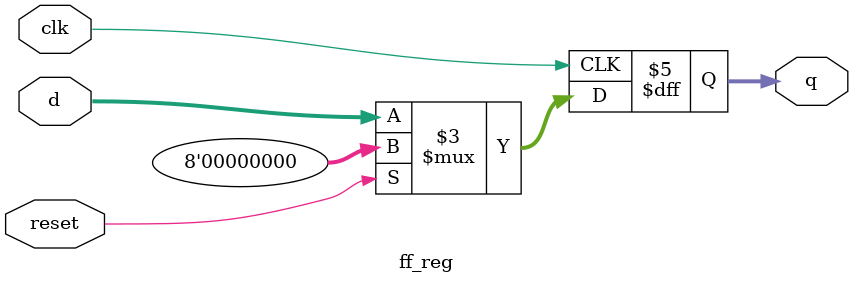
<source format=sv>
`timescale 1ns / 1ps

module ff_reg #(
    parameter WIDTH = 8
) (
    input logic clk,             // Clock input
    input logic reset,           // Synchronous reset input
    input logic [WIDTH-1:0] d,   // Data input
    output logic [WIDTH-1:0] q   // Data output
);

always_ff @(posedge clk) begin
    if (reset) 
        q <= 0;
    else 
        q <= d;
end

endmodule

</source>
